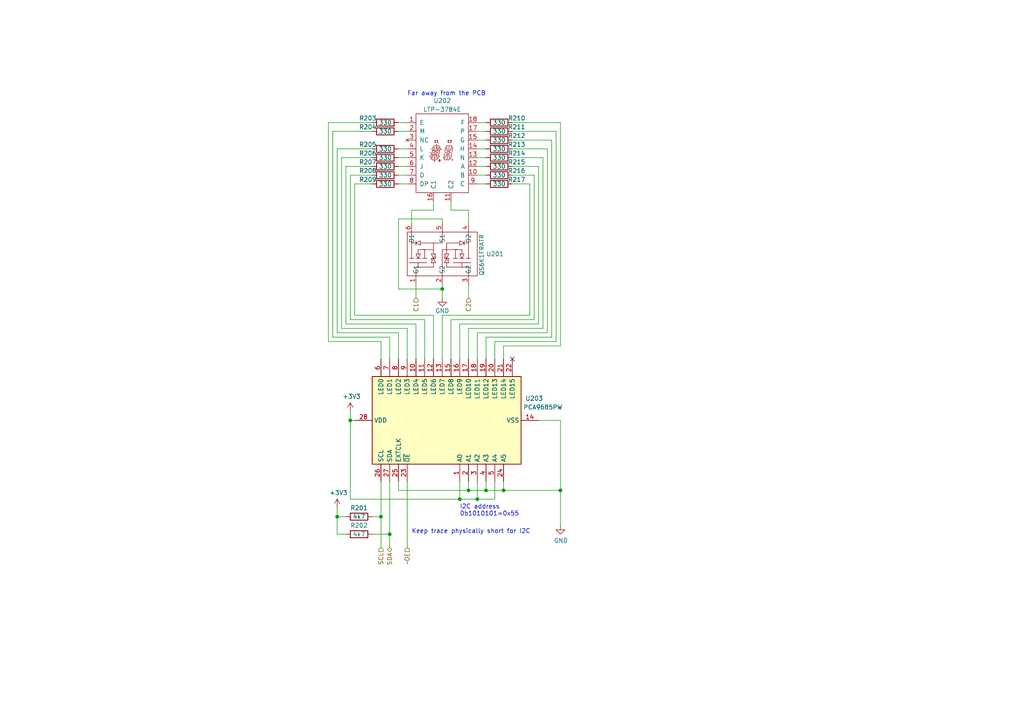
<source format=kicad_sch>
(kicad_sch (version 20211123) (generator eeschema)
  (paper "A4")
  (lib_symbols
    (symbol "Device:R" (pin_numbers hide) (pin_names (offset 0))
      (property "Reference" "R" (at 2.032 0 90))
      (property "Value" "R" (at 0 0 90))
      (symbol "R_0_1"
        (rectangle (start -1.016 -2.54) (end 1.016 2.54) (stroke (width 0.254)))
      )
      (symbol "R_1_1"
        (pin passive line (at 0 3.81 270) (length 1.27) (name "~") (number "1"))
        (pin passive line (at 0 -3.81 90) (length 1.27) (name "~") (number "2"))
      )
    )
    (symbol "Driver_LED:PCA9685PW"
      (property "Reference" "U" (at -12.7 22.225 0))
      (property "Value" "PCA9685PW" (at 1.27 22.225 0))
      (symbol "PCA9685PW_0_1"
        (rectangle (start -12.7 20.32) (end 12.7 -22.86) (stroke (width 0.254)) (fill (type background)))
      )
      (symbol "PCA9685PW_1_1"
        (pin input line (at -17.78 -5.08 0) (length 5.08) (name "A0") (number "1"))
        (pin output line (at 17.78 7.62 180) (length 5.08) (name "LED4") (number "10"))
        (pin output line (at 17.78 5.08 180) (length 5.08) (name "LED5") (number "11"))
        (pin output line (at 17.78 2.54 180) (length 5.08) (name "LED6") (number "12"))
        (pin output line (at 17.78 0 180) (length 5.08) (name "LED7") (number "13"))
        (pin power_in line (at 0 -27.94 90) (length 5.08) (name "VSS") (number "14"))
        (pin output line (at 17.78 -2.54 180) (length 5.08) (name "LED8") (number "15"))
        (pin output line (at 17.78 -5.08 180) (length 5.08) (name "LED9") (number "16"))
        (pin output line (at 17.78 -7.62 180) (length 5.08) (name "LED10") (number "17"))
        (pin output line (at 17.78 -10.16 180) (length 5.08) (name "LED11") (number "18"))
        (pin output line (at 17.78 -12.7 180) (length 5.08) (name "LED12") (number "19"))
        (pin input line (at -17.78 -7.62 0) (length 5.08) (name "A1") (number "2"))
        (pin output line (at 17.78 -15.24 180) (length 5.08) (name "LED13") (number "20"))
        (pin output line (at 17.78 -17.78 180) (length 5.08) (name "LED14") (number "21"))
        (pin output line (at 17.78 -20.32 180) (length 5.08) (name "LED15") (number "22"))
        (pin input line (at -17.78 10.16 0) (length 5.08) (name "~{OE}") (number "23"))
        (pin input line (at -17.78 -17.78 0) (length 5.08) (name "A5") (number "24"))
        (pin input line (at -17.78 12.7 0) (length 5.08) (name "EXTCLK") (number "25"))
        (pin input line (at -17.78 17.78 0) (length 5.08) (name "SCL") (number "26"))
        (pin bidirectional line (at -17.78 15.24 0) (length 5.08) (name "SDA") (number "27"))
        (pin power_in line (at 0 25.4 270) (length 5.08) (name "VDD") (number "28"))
        (pin input line (at -17.78 -10.16 0) (length 5.08) (name "A2") (number "3"))
        (pin input line (at -17.78 -12.7 0) (length 5.08) (name "A3") (number "4"))
        (pin input line (at -17.78 -15.24 0) (length 5.08) (name "A4") (number "5"))
        (pin output line (at 17.78 17.78 180) (length 5.08) (name "LED0") (number "6"))
        (pin output line (at 17.78 15.24 180) (length 5.08) (name "LED1") (number "7"))
        (pin output line (at 17.78 12.7 180) (length 5.08) (name "LED2") (number "8"))
        (pin output line (at 17.78 10.16 180) (length 5.08) (name "LED3") (number "9"))
      )
    )
    (symbol "QS6K1FRATR:QS6K1FRATR"
      (property "Reference" "U201" (at 13.97 2.54 0))
      (property "Value" "QS6K1FRATR" (at 12.7 -3.81 90))
      (symbol "QS6K1FRATR_0_1"
        (rectangle (start -8.89 8.89) (end 11.43 -3.81))
        (polyline (pts (xy -8.255 0) (xy -3.175 0)))
        (polyline (pts (xy -8.255 1.27) (xy -6.985 1.27)))
        (polyline (pts (xy -7.62 1.27) (xy -7.62 8.89)))
        (polyline (pts (xy -6.35 5.08) (xy -6.35 6.35)))
        (polyline (pts (xy -6.35 5.715) (xy -7.62 5.715)))
        (polyline (pts (xy -5.715 0) (xy -5.715 -1.27)))
        (polyline (pts (xy -5.715 1.27) (xy -5.08 2.54)))
        (polyline (pts (xy -5.08 1.27) (xy -6.35 1.27)))
        (polyline (pts (xy -4.445 1.27) (xy -3.175 1.27)))
        (polyline (pts (xy -1.905 1.27) (xy -1.905 0.635)))
        (polyline (pts (xy -1.905 1.27) (xy -0.635 1.27)))
        (polyline (pts (xy -1.27 1.27) (xy -1.905 0)))
        (polyline (pts (xy -0.635 1.27) (xy -0.635 1.905)))
        (polyline (pts (xy 1.905 1.27) (xy 1.905 1.905)))
        (polyline (pts (xy 2.54 1.27) (xy 3.175 0)))
        (polyline (pts (xy 3.175 1.27) (xy 1.905 1.27)))
        (polyline (pts (xy 3.175 1.27) (xy 3.175 0.635)))
        (polyline (pts (xy 5.715 1.27) (xy 4.445 1.27)))
        (polyline (pts (xy 6.35 1.27) (xy 7.62 1.27)))
        (polyline (pts (xy 6.985 0) (xy 6.985 -1.27)))
        (polyline (pts (xy 6.985 1.27) (xy 6.35 2.54)))
        (polyline (pts (xy 7.62 5.08) (xy 7.62 6.35)))
        (polyline (pts (xy 7.62 5.715) (xy 8.89 5.715)))
        (polyline (pts (xy 8.89 1.27) (xy 8.89 8.89)))
        (polyline (pts (xy 9.525 0) (xy 4.445 0)))
        (polyline (pts (xy 9.525 1.27) (xy 8.255 1.27)))
        (polyline (pts (xy -5.715 -1.27) (xy -6.35 -1.27) (xy -6.35 -3.81)))
        (polyline (pts (xy -5.715 1.27) (xy -6.35 2.54) (xy -5.08 2.54)))
        (polyline (pts (xy -1.27 0) (xy -1.27 -1.27) (xy -5.715 -1.27)))
        (polyline (pts (xy -1.27 1.27) (xy -0.635 0) (xy -1.905 0)))
        (polyline (pts (xy 1.27 -3.81) (xy 1.27 3.81) (xy 2.54 3.81)))
        (polyline (pts (xy 1.27 8.89) (xy 1.27 5.715) (xy -1.27 5.715)))
        (polyline (pts (xy 2.54 0) (xy 2.54 -1.27) (xy 6.985 -1.27)))
        (polyline (pts (xy 2.54 1.27) (xy 1.905 0) (xy 3.175 0)))
        (polyline (pts (xy 6.985 -1.27) (xy 8.89 -1.27) (xy 8.89 -3.81)))
        (polyline (pts (xy 6.985 1.27) (xy 7.62 2.54) (xy 6.35 2.54)))
        (polyline (pts (xy -5.715 2.54) (xy -5.715 3.81) (xy -3.81 3.81) (xy -3.81 1.27)))
        (polyline (pts (xy 6.985 2.54) (xy 6.985 3.81) (xy 5.08 3.81) (xy 5.08 1.27)))
        (polyline (pts (xy -4.445 3.81) (xy -1.27 3.81) (xy -1.27 2.54) (xy -1.905 2.54) (xy -1.27 1.27) (xy -0.635 2.54) (xy -1.27 2.54)))
        (polyline (pts (xy -1.27 3.81) (xy -1.27 5.715) (xy -5.08 5.715) (xy -5.08 6.35) (xy -6.35 5.715) (xy -5.08 5.08) (xy -5.08 5.715)))
        (polyline (pts (xy 2.54 3.81) (xy 2.54 5.715) (xy 6.35 5.715) (xy 6.35 6.35) (xy 7.62 5.715) (xy 6.35 5.08) (xy 6.35 5.715)))
        (polyline (pts (xy 5.715 3.81) (xy 2.54 3.81) (xy 2.54 2.54) (xy 3.175 2.54) (xy 2.54 1.27) (xy 1.905 2.54) (xy 2.54 2.54)))
      )
      (symbol "QS6K1FRATR_1_1"
        (pin input line (at -6.35 -6.35 90) (length 2.54) (name "G1") (number "1"))
        (pin input line (at 1.27 -6.35 90) (length 2.54) (name "S2") (number "2"))
        (pin input line (at 8.89 -6.35 90) (length 2.54) (name "G2") (number "3"))
        (pin input line (at 8.89 11.43 270) (length 2.54) (name "D2") (number "4"))
        (pin input line (at 1.27 11.43 270) (length 2.54) (name "S1") (number "5"))
        (pin input line (at -7.62 11.43 270) (length 2.54) (name "D1") (number "6"))
      )
    )
    (symbol "ltp3784E:LTP-3784E" (pin_names (offset 1.016))
      (property "Reference" "U" (at 0 15.24 0))
      (property "Value" "LTP-3784E" (at 0 12.7 0))
      (symbol "LTP-3784E_0_0"
        (text "A" (at -1.651 2.54 0) (effects (font (size 0.3048 0.3048))))
        (text "B" (at -0.381 1.143 0) (effects (font (size 0.3048 0.3048))))
        (text "C" (at -0.762 -0.889 0) (effects (font (size 0.3048 0.3048))))
        (text "C1" (at -1.651 3.429 0) (effects (font (size 0.635 0.635))))
        (text "C2" (at 2.159 3.429 0) (effects (font (size 0.635 0.635))))
        (text "D" (at -2.286 -2.286 0) (effects (font (size 0.3048 0.3048))))
        (text "DP" (at -0.762 -2.286 0) (effects (font (size 0.3048 0.3048))))
        (text "E" (at -3.556 -0.889 0) (effects (font (size 0.3048 0.3048))))
        (text "F" (at -3.175 1.143 0) (effects (font (size 0.3048 0.3048))))
        (text "G" (at -1.524 1.524 0) (effects (font (size 0.3048 0.3048))))
        (text "H" (at -1.143 0.762 0) (effects (font (size 0.3048 0.3048))))
        (text "J" (at -0.762 0.127 0) (effects (font (size 0.3048 0.3048))))
        (text "K" (at -1.524 -0.508 0) (effects (font (size 0.3048 0.3048))))
        (text "L" (at -2.032 -1.27 0) (effects (font (size 0.3048 0.3048))))
        (text "M" (at -2.794 -0.508 0) (effects (font (size 0.3048 0.3048))))
        (text "N" (at -3.302 0.127 0) (effects (font (size 0.3048 0.3048))))
        (text "P" (at -2.54 0.762 0) (effects (font (size 0.3048 0.3048))))
      )
      (symbol "LTP-3784E_0_1"
        (rectangle (start -7.62 11.43) (end 7.62 -11.43))
        (circle (center -0.762 -1.905) (radius 0.127))
        (polyline (pts (xy -3.302 -1.651) (xy -3.048 -0.127)))
        (polyline (pts (xy -2.921 0.127) (xy -2.159 0.127)))
        (polyline (pts (xy -2.413 2.159) (xy -0.889 2.159)))
        (polyline (pts (xy -2.286 -0.127) (xy -3.048 -1.651)))
        (polyline (pts (xy -2.159 0.381) (xy -2.413 1.905)))
        (polyline (pts (xy -1.778 -0.127) (xy -1.524 -1.651)))
        (polyline (pts (xy -1.651 0.381) (xy -0.889 1.905)))
        (polyline (pts (xy -1.524 -1.905) (xy -3.048 -1.905)))
        (polyline (pts (xy -1.016 0.127) (xy -1.778 0.127)))
      )
      (symbol "LTP-3784E_1_1"
        (polyline (pts (xy -2.921 0.381) (xy -2.667 1.905)))
        (polyline (pts (xy -2.286 -1.651) (xy -2.032 -0.127)))
        (polyline (pts (xy -1.905 0.381) (xy -1.651 1.905)))
        (polyline (pts (xy -1.27 -1.651) (xy -1.016 -0.127)))
        (polyline (pts (xy -0.889 0.381) (xy -0.635 1.905)))
        (polyline (pts (xy 0.381 -1.651) (xy 0.635 -0.127)))
        (polyline (pts (xy 0.762 0.127) (xy 1.524 0.127)))
        (polyline (pts (xy 0.762 0.381) (xy 1.016 1.905)))
        (polyline (pts (xy 1.27 2.159) (xy 2.794 2.159)))
        (polyline (pts (xy 1.397 -1.651) (xy 1.651 -0.127)))
        (polyline (pts (xy 1.397 -0.127) (xy 0.635 -1.651)))
        (polyline (pts (xy 1.524 0.381) (xy 1.27 1.905)))
        (polyline (pts (xy 1.778 0.381) (xy 2.032 1.905)))
        (polyline (pts (xy 1.905 -0.127) (xy 2.159 -1.651)))
        (polyline (pts (xy 2.032 0.381) (xy 2.794 1.905)))
        (polyline (pts (xy 2.159 -1.905) (xy 0.635 -1.905)))
        (polyline (pts (xy 2.413 -1.651) (xy 2.667 -0.127)))
        (polyline (pts (xy 2.667 0.127) (xy 1.905 0.127)))
        (polyline (pts (xy 2.794 0.381) (xy 3.048 1.905)))
        (circle (center 2.921 -1.905) (radius 0.127))
        (pin input line (at -10.16 8.89 0) (length 2.54) (name "E") (number "1"))
        (pin input line (at 10.16 -6.35 180) (length 2.54) (name "B") (number "10"))
        (pin passive line (at 2.54 -13.97 90) (length 2.54) (name "C2") (number "11"))
        (pin input line (at 10.16 -3.81 180) (length 2.54) (name "A") (number "12"))
        (pin input line (at 10.16 -1.27 180) (length 2.54) (name "N") (number "13"))
        (pin input line (at 10.16 1.27 180) (length 2.54) (name "H") (number "14"))
        (pin input line (at 10.16 3.81 180) (length 2.54) (name "G") (number "15"))
        (pin passive line (at -2.54 -13.97 90) (length 2.54) (name "C1") (number "16"))
        (pin input line (at 10.16 6.35 180) (length 2.54) (name "P") (number "17"))
        (pin input line (at 10.16 8.89 180) (length 2.54) (name "F") (number "18"))
        (pin input line (at -10.16 6.35 0) (length 2.54) (name "M") (number "2"))
        (pin no_connect line (at -10.16 3.81 0) (length 2.54) (name "NC") (number "3"))
        (pin input line (at -10.16 1.27 0) (length 2.54) (name "L") (number "4"))
        (pin input line (at -10.16 -1.27 0) (length 2.54) (name "K") (number "5"))
        (pin input line (at -10.16 -3.81 0) (length 2.54) (name "J") (number "6"))
        (pin input line (at -10.16 -6.35 0) (length 2.54) (name "D") (number "7"))
        (pin input line (at -10.16 -8.89 0) (length 2.54) (name "DP") (number "8"))
        (pin input line (at 10.16 -8.89 180) (length 2.54) (name "C") (number "9"))
      )
    )
    (symbol "power:+3V3" (power) (pin_names (offset 0))
      (property "Value" "+3V3" (at 0 3.556 0))
      (symbol "+3V3_0_1"
        (polyline (pts (xy -0.762 1.27) (xy 0 2.54)))
        (polyline (pts (xy 0 0) (xy 0 2.54)))
        (polyline (pts (xy 0 2.54) (xy 0.762 1.27)))
      )
      (symbol "+3V3_1_1"
        (pin power_in line (at 0 0 90) (length 0) hide (name "+3V3") (number "1"))
      )
    )
    (symbol "power:GND" (power) (pin_names (offset 0))
      (property "Value" "GND" (at 0 -3.81 0))
      (symbol "GND_0_1"
        (polyline (pts (xy 0 0) (xy 0 -1.27) (xy 1.27 -1.27) (xy 0 -2.54) (xy -1.27 -1.27) (xy 0 -1.27)))
      )
      (symbol "GND_1_1"
        (pin power_in line (at 0 0 270) (length 0) hide (name "GND") (number "1"))
      )
    )
  )
  (junction (at 128.27 83.82))
  (junction (at 140.97 142.24))
  (junction (at 101.6 121.92))
  (junction (at 162.56 142.24))
  (junction (at 146.05 142.24))
  (junction (at 138.43 144.78))
  (junction (at 113.03 154.94))
  (junction (at 135.89 142.24))
  (junction (at 133.35 144.78))
  (junction (at 110.49 149.86))
  (junction (at 97.79 149.86))
  (no_connect (at 148.59 104.14))
  (wire (pts (xy 154.94 92.71) (xy 154.94 50.8)))
  (wire (pts (xy 99.06 45.72) (xy 107.95 45.72)))
  (wire (pts (xy 138.43 48.26) (xy 140.97 48.26)))
  (wire (pts (xy 115.57 104.14) (xy 115.57 96.52)))
  (wire (pts (xy 97.79 96.52) (xy 97.79 43.18)))
  (wire (pts (xy 100.33 154.94) (xy 97.79 154.94)))
  (wire (pts (xy 135.89 82.55) (xy 135.89 86.36)))
  (wire (pts (xy 146.05 139.7) (xy 146.05 142.24)))
  (wire (pts (xy 102.87 53.34) (xy 107.95 53.34)))
  (wire (pts (xy 138.43 96.52) (xy 158.75 96.52)))
  (wire (pts (xy 130.81 104.14) (xy 130.81 92.71)))
  (wire (pts (xy 128.27 64.77) (xy 128.27 63.5)))
  (wire (pts (xy 130.81 58.42) (xy 130.81 60.96)))
  (wire (pts (xy 146.05 142.24) (xy 162.56 142.24)))
  (wire (pts (xy 138.43 139.7) (xy 138.43 144.78)))
  (wire (pts (xy 115.57 96.52) (xy 97.79 96.52)))
  (wire (pts (xy 133.35 93.98) (xy 156.21 93.98)))
  (wire (pts (xy 138.43 144.78) (xy 143.51 144.78)))
  (wire (pts (xy 115.57 83.82) (xy 128.27 83.82)))
  (wire (pts (xy 118.11 50.8) (xy 115.57 50.8)))
  (wire (pts (xy 148.59 45.72) (xy 157.48 45.72)))
  (wire (pts (xy 97.79 43.18) (xy 107.95 43.18)))
  (wire (pts (xy 148.59 43.18) (xy 158.75 43.18)))
  (wire (pts (xy 148.59 35.56) (xy 162.56 35.56)))
  (wire (pts (xy 138.43 53.34) (xy 140.97 53.34)))
  (wire (pts (xy 148.59 50.8) (xy 154.94 50.8)))
  (wire (pts (xy 115.57 142.24) (xy 135.89 142.24)))
  (wire (pts (xy 148.59 38.1) (xy 161.29 38.1)))
  (wire (pts (xy 143.51 144.78) (xy 143.51 139.7)))
  (wire (pts (xy 140.97 142.24) (xy 146.05 142.24)))
  (wire (pts (xy 160.02 97.79) (xy 140.97 97.79)))
  (wire (pts (xy 123.19 104.14) (xy 123.19 92.71)))
  (wire (pts (xy 118.11 45.72) (xy 115.57 45.72)))
  (wire (pts (xy 128.27 82.55) (xy 128.27 83.82)))
  (wire (pts (xy 115.57 63.5) (xy 115.57 83.82)))
  (wire (pts (xy 115.57 35.56) (xy 118.11 35.56)))
  (wire (pts (xy 148.59 40.64) (xy 160.02 40.64)))
  (wire (pts (xy 120.65 93.98) (xy 100.33 93.98)))
  (wire (pts (xy 113.03 139.7) (xy 113.03 154.94)))
  (wire (pts (xy 96.52 97.79) (xy 96.52 38.1)))
  (wire (pts (xy 128.27 63.5) (xy 115.57 63.5)))
  (wire (pts (xy 113.03 154.94) (xy 113.03 158.75)))
  (wire (pts (xy 118.11 38.1) (xy 115.57 38.1)))
  (wire (pts (xy 162.56 121.92) (xy 162.56 142.24)))
  (wire (pts (xy 128.27 104.14) (xy 128.27 91.44)))
  (wire (pts (xy 138.43 43.18) (xy 140.97 43.18)))
  (wire (pts (xy 97.79 149.86) (xy 97.79 147.32)))
  (wire (pts (xy 135.89 142.24) (xy 140.97 142.24)))
  (wire (pts (xy 110.49 139.7) (xy 110.49 149.86)))
  (wire (pts (xy 118.11 53.34) (xy 115.57 53.34)))
  (wire (pts (xy 135.89 60.96) (xy 135.89 64.77)))
  (wire (pts (xy 99.06 95.25) (xy 99.06 45.72)))
  (wire (pts (xy 148.59 53.34) (xy 153.67 53.34)))
  (wire (pts (xy 123.19 92.71) (xy 101.6 92.71)))
  (wire (pts (xy 138.43 50.8) (xy 140.97 50.8)))
  (wire (pts (xy 118.11 95.25) (xy 99.06 95.25)))
  (wire (pts (xy 128.27 83.82) (xy 128.27 86.36)))
  (wire (pts (xy 113.03 97.79) (xy 96.52 97.79)))
  (wire (pts (xy 160.02 40.64) (xy 160.02 97.79)))
  (wire (pts (xy 96.52 38.1) (xy 107.95 38.1)))
  (wire (pts (xy 110.49 149.86) (xy 110.49 158.75)))
  (wire (pts (xy 140.97 97.79) (xy 140.97 104.14)))
  (wire (pts (xy 156.21 93.98) (xy 156.21 48.26)))
  (wire (pts (xy 118.11 104.14) (xy 118.11 95.25)))
  (wire (pts (xy 130.81 60.96) (xy 135.89 60.96)))
  (wire (pts (xy 125.73 104.14) (xy 125.73 91.44)))
  (wire (pts (xy 102.87 91.44) (xy 102.87 53.34)))
  (wire (pts (xy 138.43 38.1) (xy 140.97 38.1)))
  (wire (pts (xy 119.38 60.96) (xy 125.73 60.96)))
  (wire (pts (xy 162.56 100.33) (xy 146.05 100.33)))
  (wire (pts (xy 125.73 60.96) (xy 125.73 58.42)))
  (wire (pts (xy 135.89 104.14) (xy 135.89 95.25)))
  (wire (pts (xy 107.95 149.86) (xy 110.49 149.86)))
  (wire (pts (xy 133.35 144.78) (xy 138.43 144.78)))
  (wire (pts (xy 115.57 139.7) (xy 115.57 142.24)))
  (wire (pts (xy 161.29 99.06) (xy 161.29 38.1)))
  (wire (pts (xy 143.51 104.14) (xy 143.51 99.06)))
  (wire (pts (xy 110.49 99.06) (xy 95.25 99.06)))
  (wire (pts (xy 140.97 139.7) (xy 140.97 142.24)))
  (wire (pts (xy 138.43 40.64) (xy 140.97 40.64)))
  (wire (pts (xy 135.89 139.7) (xy 135.89 142.24)))
  (wire (pts (xy 138.43 35.56) (xy 140.97 35.56)))
  (wire (pts (xy 118.11 43.18) (xy 115.57 43.18)))
  (wire (pts (xy 100.33 48.26) (xy 107.95 48.26)))
  (wire (pts (xy 101.6 92.71) (xy 101.6 50.8)))
  (wire (pts (xy 120.65 104.14) (xy 120.65 93.98)))
  (wire (pts (xy 138.43 104.14) (xy 138.43 96.52)))
  (wire (pts (xy 120.65 82.55) (xy 120.65 86.36)))
  (wire (pts (xy 138.43 45.72) (xy 140.97 45.72)))
  (wire (pts (xy 157.48 95.25) (xy 157.48 45.72)))
  (wire (pts (xy 95.25 35.56) (xy 107.95 35.56)))
  (wire (pts (xy 148.59 48.26) (xy 156.21 48.26)))
  (wire (pts (xy 162.56 142.24) (xy 162.56 152.4)))
  (wire (pts (xy 101.6 121.92) (xy 102.87 121.92)))
  (wire (pts (xy 133.35 104.14) (xy 133.35 93.98)))
  (wire (pts (xy 133.35 139.7) (xy 133.35 144.78)))
  (wire (pts (xy 118.11 139.7) (xy 118.11 158.75)))
  (wire (pts (xy 101.6 119.38) (xy 101.6 121.92)))
  (wire (pts (xy 107.95 154.94) (xy 113.03 154.94)))
  (wire (pts (xy 162.56 35.56) (xy 162.56 100.33)))
  (wire (pts (xy 100.33 93.98) (xy 100.33 48.26)))
  (wire (pts (xy 153.67 91.44) (xy 153.67 53.34)))
  (wire (pts (xy 162.56 121.92) (xy 156.21 121.92)))
  (wire (pts (xy 119.38 64.77) (xy 119.38 60.96)))
  (wire (pts (xy 143.51 99.06) (xy 161.29 99.06)))
  (wire (pts (xy 158.75 96.52) (xy 158.75 43.18)))
  (wire (pts (xy 95.25 99.06) (xy 95.25 35.56)))
  (wire (pts (xy 146.05 100.33) (xy 146.05 104.14)))
  (wire (pts (xy 135.89 95.25) (xy 157.48 95.25)))
  (wire (pts (xy 128.27 91.44) (xy 153.67 91.44)))
  (wire (pts (xy 97.79 154.94) (xy 97.79 149.86)))
  (wire (pts (xy 125.73 91.44) (xy 102.87 91.44)))
  (wire (pts (xy 118.11 48.26) (xy 115.57 48.26)))
  (wire (pts (xy 101.6 121.92) (xy 101.6 144.78)))
  (wire (pts (xy 110.49 99.06) (xy 110.49 104.14)))
  (wire (pts (xy 113.03 104.14) (xy 113.03 97.79)))
  (wire (pts (xy 100.33 149.86) (xy 97.79 149.86)))
  (wire (pts (xy 101.6 50.8) (xy 107.95 50.8)))
  (wire (pts (xy 101.6 144.78) (xy 133.35 144.78)))
  (wire (pts (xy 130.81 92.71) (xy 154.94 92.71)))
  (text "I2C address\n0b1010101=0x55" (at 133.35 149.86 0) (effects (font (size 1.27 1.27)) (justify left bottom)))
  (text "Far away from the PCB" (at 118.11 27.94 0) (effects (font (size 1.27 1.27)) (justify left bottom)))
  (text "Keep trace physically short for I2C" (at 119.38 154.94 0) (effects (font (size 1.27 1.27)) (justify left bottom)))
  (hierarchical_label "C2" (shape input) (at 135.89 86.36 270))
  (hierarchical_label "SDA" (shape bidirectional) (at 113.03 158.75 270))
  (hierarchical_label "C1" (shape input) (at 120.65 86.36 270))
  (hierarchical_label "SCL" (shape input) (at 110.49 158.75 270))
  (hierarchical_label "~OE" (shape input) (at 118.11 158.75 270))
  (symbol (lib_id "Device:R") (at 144.78 48.26 270) (unit 1)
    (property "Reference" "R215" (at 149.86 46.99 90))
    (property "Value" "330" (at 144.78 48.26 90))
    (property "Footprint" "Resistor_SMD:R_0805_2012Metric" (effects hide))
  )
  (symbol (lib_id "Device:R") (at 104.14 154.94 90) (unit 1)
    (property "Reference" "R202" (at 104.14 152.4 90))
    (property "Value" "4k7" (at 104.14 154.94 90))
    (property "Footprint" "Resistor_SMD:R_0805_2012Metric_Pad1.20x1.40mm_HandSolder" (effects hide))
  )
  (symbol (lib_id "Device:R") (at 111.76 45.72 90) (unit 1)
    (property "Reference" "R206" (at 106.68 44.45 90))
    (property "Value" "330" (at 111.76 45.72 90))
    (property "Footprint" "Resistor_SMD:R_0805_2012Metric" (effects hide))
  )
  (symbol (lib_id "Device:R") (at 144.78 38.1 270) (unit 1)
    (property "Reference" "R211" (at 149.86 36.83 90))
    (property "Value" "330" (at 144.78 38.1 90))
    (property "Footprint" "Resistor_SMD:R_0805_2012Metric" (effects hide))
  )
  (symbol (lib_id "Device:R") (at 111.76 35.56 90) (unit 1)
    (property "Reference" "R203" (at 106.68 34.29 90))
    (property "Value" "330" (at 111.76 35.56 90))
    (property "Footprint" "Resistor_SMD:R_0805_2012Metric" (effects hide))
  )
  (symbol (lib_id "Device:R") (at 111.76 48.26 90) (unit 1)
    (property "Reference" "R207" (at 106.68 46.99 90))
    (property "Value" "330" (at 111.76 48.26 90))
    (property "Footprint" "Resistor_SMD:R_0805_2012Metric" (effects hide))
  )
  (symbol (lib_id "power:GND") (at 162.56 152.4 0) (unit 1)
    (property "Reference" "#PWR0204" (effects hide))
    (property "Value" "GND" (at 162.687 156.7942 0))
  )
  (symbol (lib_id "Device:R") (at 144.78 35.56 270) (unit 1)
    (property "Reference" "R210" (at 149.86 34.29 90))
    (property "Value" "330" (at 144.78 35.56 90))
    (property "Footprint" "Resistor_SMD:R_0805_2012Metric" (effects hide))
  )
  (symbol (lib_id "Driver_LED:PCA9685PW") (at 128.27 121.92 90) (unit 1)
    (property "Reference" "U203" (at 154.94 115.57 90))
    (property "Value" "PCA9685PW" (at 157.48 118.11 90))
    (property "Footprint" "Package_SO:TSSOP-28_4.4x9.7mm_P0.65mm" (effects hide))
    (property "Datasheet" "http://www.nxp.com/documents/data_sheet/PCA9685.pdf" (effects hide))
    (property "DK" "https://www.digikey.no/en/products/detail/PCA9685PW%2c112/568-8366-5-ND/2034324?itemSeq=385813911" (effects hide))
  )
  (symbol (lib_id "QS6K1FRATR:QS6K1FRATR") (at 127 76.2 0) (unit 1)
    (property "Reference" "U201" (at 140.97 73.66 0) (effects (justify left)))
    (property "Value" "QS6K1FRATR" (at 139.7 80.01 90) (effects (justify left)))
    (property "Footprint" "QS6K1FRA:QS6K1FRA" (effects hide))
    (property "Datasheet" "https://fscdn.rohm.com/en/products/databook/datasheet/discrete/transistor/mosfet/qs6k1fra.pdf" (effects hide))
    (property "DK" "https://www.digikey.no/product-detail/no/QS6K1FRATR/846-QS6K1FRACT-ND/13532602?itemSeq=385825744" (effects hide))
  )
  (symbol (lib_id "Device:R") (at 111.76 38.1 90) (unit 1)
    (property "Reference" "R204" (at 106.68 36.83 90))
    (property "Value" "330" (at 111.76 38.1 90))
    (property "Footprint" "Resistor_SMD:R_0805_2012Metric" (effects hide))
  )
  (symbol (lib_id "Device:R") (at 144.78 40.64 270) (unit 1)
    (property "Reference" "R212" (at 149.86 39.37 90))
    (property "Value" "330" (at 144.78 40.64 90))
    (property "Footprint" "Resistor_SMD:R_0805_2012Metric" (effects hide))
  )
  (symbol (lib_id "Device:R") (at 144.78 53.34 270) (unit 1)
    (property "Reference" "R217" (at 149.86 52.07 90))
    (property "Value" "330" (at 144.78 53.34 90))
    (property "Footprint" "Resistor_SMD:R_0805_2012Metric" (effects hide))
  )
  (symbol (lib_id "Device:R") (at 111.76 43.18 90) (unit 1)
    (property "Reference" "R205" (at 106.68 41.91 90))
    (property "Value" "330" (at 111.76 43.18 90))
    (property "Footprint" "Resistor_SMD:R_0805_2012Metric" (effects hide))
  )
  (symbol (lib_id "ltp3784E:LTP-3784E") (at 128.27 44.45 0) (unit 1)
    (property "Reference" "U202" (at 128.27 29.21 0))
    (property "Value" "LTP-3784E" (at 128.27 31.75 0))
    (property "Footprint" "LTP-3784E:LTP-3784E" (effects hide))
    (property "Datasheet" "https://optoelectronics.liteon.com/upload/download/DS-30-96-084/P3784E.pdf" (effects hide))
    (property "DK" "https://www.digikey.no/en/products/detail/lite-on-inc/LTP-3784E/121566" (effects hide))
  )
  (symbol (lib_id "Device:R") (at 104.14 149.86 90) (unit 1)
    (property "Reference" "R201" (at 104.14 147.32 90))
    (property "Value" "4k7" (at 104.14 149.86 90))
    (property "Footprint" "Resistor_SMD:R_0805_2012Metric_Pad1.20x1.40mm_HandSolder" (effects hide))
  )
  (symbol (lib_id "Device:R") (at 111.76 53.34 90) (unit 1)
    (property "Reference" "R209" (at 106.68 52.07 90))
    (property "Value" "330" (at 111.76 53.34 90))
    (property "Footprint" "Resistor_SMD:R_0805_2012Metric" (effects hide))
  )
  (symbol (lib_id "power:+3V3") (at 97.79 147.32 0) (unit 1)
    (property "Reference" "#PWR0201" (effects hide))
    (property "Value" "+3V3" (at 98.171 142.9258 0))
  )
  (symbol (lib_id "Device:R") (at 144.78 50.8 270) (unit 1)
    (property "Reference" "R216" (at 149.86 49.53 90))
    (property "Value" "330" (at 144.78 50.8 90))
    (property "Footprint" "Resistor_SMD:R_0805_2012Metric" (effects hide))
  )
  (symbol (lib_id "Device:R") (at 111.76 50.8 90) (unit 1)
    (property "Reference" "R208" (at 106.68 49.53 90))
    (property "Value" "330" (at 111.76 50.8 90))
    (property "Footprint" "Resistor_SMD:R_0805_2012Metric" (effects hide))
  )
  (symbol (lib_id "power:GND") (at 128.27 86.36 0) (unit 1)
    (property "Reference" "#PWR0203" (effects hide))
    (property "Value" "GND" (at 128.27 90.17 0))
  )
  (symbol (lib_id "Device:R") (at 144.78 45.72 270) (unit 1)
    (property "Reference" "R214" (at 149.86 44.45 90))
    (property "Value" "330" (at 144.78 45.72 90))
    (property "Footprint" "Resistor_SMD:R_0805_2012Metric" (effects hide))
  )
  (symbol (lib_id "power:+3V3") (at 101.6 119.38 0) (unit 1)
    (property "Reference" "#PWR0202" (effects hide))
    (property "Value" "+3V3" (at 101.981 114.9858 0))
  )
  (symbol (lib_id "Device:R") (at 144.78 43.18 270) (unit 1)
    (property "Reference" "R213" (at 149.86 41.91 90))
    (property "Value" "330" (at 144.78 43.18 90))
    (property "Footprint" "Resistor_SMD:R_0805_2012Metric" (effects hide))
  )
)
</source>
